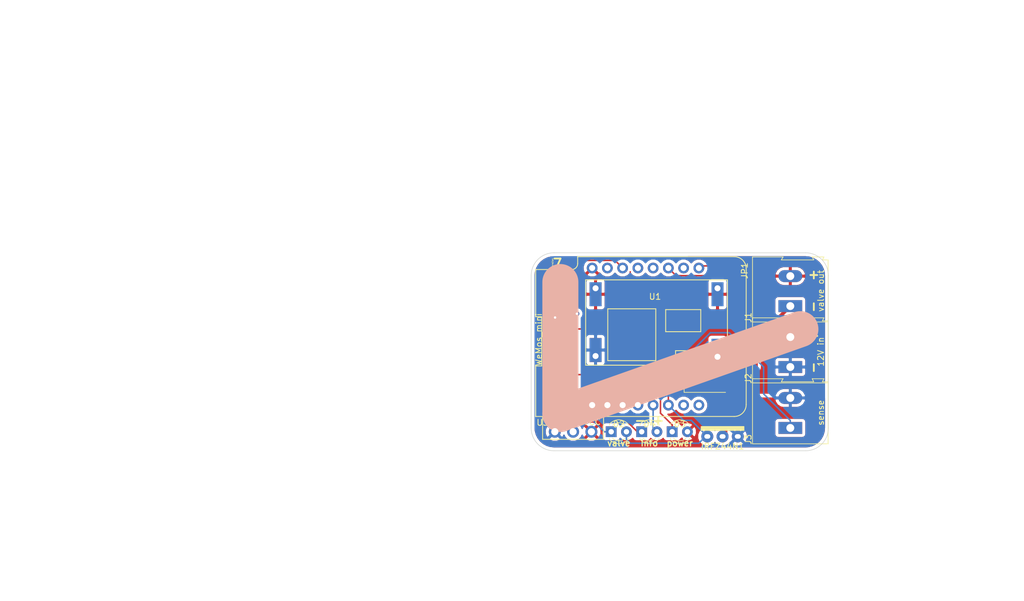
<source format=kicad_pcb>
(kicad_pcb (version 20171130) (host pcbnew 5.0.1)
  (layers (0 F.Cu signal) (31 B.Cu signal) (34 B.Paste user) (35 F.Paste user) (36 B.SilkS user) (37 F.SilkS user) (38 B.Mask user) (39 F.Mask user) (44 Edge.Cuts user))
  (net 0 "")
  (net 1 "Net-(D1-Pad2)")
  (net 2 +12V)
  (net 3 "Net-(D2-Pad2)")
  (net 4 "Net-(D2-Pad1)")
  (net 5 +3V3)
  (net 6 "Net-(D3-Pad1)")
  (net 7 "Net-(D4-Pad1)")
  (net 8 "Net-(D4-Pad2)")
  (net 9 GND)
  (net 10 "Net-(J3-Pad1)")
  (net 11 "Net-(JP1-Pad1)")
  (net 12 "Net-(JP1-Pad2)")
  (net 13 "Net-(R6-Pad2)")
  (net 14 "Net-(U2-Pad1)")
  (net 15 "Net-(U2-Pad15)")
  (net 16 "Net-(U2-Pad3)")
  (net 17 "Net-(U2-Pad13)")
  (net 18 "Net-(U2-Pad12)")
  (net 19 "Net-(U2-Pad10)")
  (net 20 "Net-(U2-Pad7)")
  (net 21 "Net-(U2-Pad8)")
  (module "" (layer F.Cu) (at 29.845 -2.54)
    (fp_text reference "" (at 170.18 99.695) (layer F.SilkS) (effects (font (size 1.27 1.27))))
    (fp_text value "" (at 170.18 99.695) (layer F.SilkS) (effects (font (size 1.27 1.27))))
    (fp_text user sense (at 136.525 68.58 90) (layer F.SilkS))
    (fp_text user "valve out" (at 136.525 48.26 90) (layer F.SilkS))
    (fp_text user "12V in" (at 136.525 58.42 90) (layer F.SilkS))
  )
  (module LEDs:LED_D3.0mm (layer F.Cu) (at 136.525 69.215)
    (fp_text reference D4 (at 1.27 -1.27) (layer F.SilkS))
    (fp_text value info)
    (fp_arc (start 1.27 0) (end -0.29 -1.235516) (angle 108.8) (layer F.SilkS) (width 0.12))
    (fp_arc (start 1.27 0) (end -0.29 1.235516) (angle -108.8) (layer F.SilkS) (width 0.12))
    (fp_arc (start 1.27 0) (end 0.229039 -1.08) (angle 87.9) (layer F.SilkS) (width 0.12))
    (fp_arc (start 1.27 0) (end 0.229039 1.08) (angle -87.9) (layer F.SilkS) (width 0.12))
    (fp_line (start -0.29 -1.236) (end -0.29 -1.08) (layer F.SilkS) (width 0.12))
    (fp_line (start -0.29 1.08) (end -0.29 1.236) (layer F.SilkS) (width 0.12))
    (pad 1 thru_hole rect (at 0 0) (size 1.8 1.8) (drill 0.9) (layers *.Cu *.Mask) (net 7 "Net-(D4-Pad1)"))
    (pad 2 thru_hole circle (at 2.54 0) (size 1.8 1.8) (drill 0.9) (layers *.Cu *.Mask) (net 8 "Net-(D4-Pad2)"))
  )
  (module custom:temperature_sensor (layer F.Cu) (at 125.095 71.755)
    (fp_text reference U3 (at -5.08 -4.064) (layer F.SilkS))
    (fp_text value DS18B20)
    (fp_text user GND (at -2.921 -4.318) (layer F.SilkS))
    (fp_text user D (at 0 -4.318) (layer F.SilkS))
    (fp_text user VCC (at 3.175 -4.191) (layer F.SilkS))
    (fp_line (start -5.08 -5.08) (end 5.08 -5.08) (layer F.SilkS) (width 0.15))
    (fp_line (start 5.08 -5.08) (end 5.08 -1.27) (layer F.SilkS) (width 0.15))
    (fp_line (start 5.08 -1.27) (end -5.08 -1.27) (layer F.SilkS) (width 0.15))
    (fp_line (start -5.08 -1.27) (end -5.08 -5.08) (layer F.SilkS) (width 0.15))
    (pad 1 thru_hole circle (at -3.048 -2.54) (size 2 2) (drill 1.2) (layers *.Cu *.Mask) (net 9 GND))
    (pad 2 thru_hole circle (at 0 -2.54) (size 2 2) (drill 1.2) (layers *.Cu *.Mask) (net 13 "Net-(R6-Pad2)"))
    (pad 3 thru_hole circle (at 3.048 -2.54) (size 2 2) (drill 1.2) (layers *.Cu *.Mask) (net 5 +3V3))
  )
  (module LEDs:LED_D3.0mm (layer F.Cu) (at 131.445 69.215)
    (fp_text reference D2 (at 1.27 -1.27) (layer F.SilkS))
    (fp_text value valve)
    (fp_line (start -0.29 1.08) (end -0.29 1.236) (layer F.SilkS) (width 0.12))
    (fp_line (start -0.29 -1.236) (end -0.29 -1.08) (layer F.SilkS) (width 0.12))
    (fp_arc (start 1.27 0) (end 0.229039 1.08) (angle -87.9) (layer F.SilkS) (width 0.12))
    (fp_arc (start 1.27 0) (end 0.229039 -1.08) (angle 87.9) (layer F.SilkS) (width 0.12))
    (fp_arc (start 1.27 0) (end -0.29 1.235516) (angle -108.8) (layer F.SilkS) (width 0.12))
    (fp_arc (start 1.27 0) (end -0.29 -1.235516) (angle 108.8) (layer F.SilkS) (width 0.12))
    (pad 2 thru_hole circle (at 2.54 0) (size 1.8 1.8) (drill 0.9) (layers *.Cu *.Mask) (net 3 "Net-(D2-Pad2)"))
    (pad 1 thru_hole rect (at 0 0) (size 1.8 1.8) (drill 0.9) (layers *.Cu *.Mask) (net 4 "Net-(D2-Pad1)"))
  )
  (module LEDs:LED_D3.0mm (layer F.Cu) (at 141.605 69.215)
    (fp_text reference D3 (at 1.27 -1.27) (layer F.SilkS))
    (fp_text value LED)
    (fp_line (start -0.29 1.08) (end -0.29 1.236) (layer F.SilkS) (width 0.12))
    (fp_line (start -0.29 -1.236) (end -0.29 -1.08) (layer F.SilkS) (width 0.12))
    (fp_arc (start 1.27 0) (end 0.229039 1.08) (angle -87.9) (layer F.SilkS) (width 0.12))
    (fp_arc (start 1.27 0) (end 0.229039 -1.08) (angle 87.9) (layer F.SilkS) (width 0.12))
    (fp_arc (start 1.27 0) (end -0.29 1.235516) (angle -108.8) (layer F.SilkS) (width 0.12))
    (fp_arc (start 1.27 0) (end -0.29 -1.235516) (angle 108.8) (layer F.SilkS) (width 0.12))
    (pad 2 thru_hole circle (at 2.54 0) (size 1.8 1.8) (drill 0.9) (layers *.Cu *.Mask) (net 5 +3V3))
    (pad 1 thru_hole rect (at 0 0) (size 1.8 1.8) (drill 0.9) (layers *.Cu *.Mask) (net 6 "Net-(D3-Pad1)"))
  )
  (module Connectors_Terminal_Blocks:TerminalBlock_Altech_AK300-2_P5.00mm (layer F.Cu) (at 161.29 48.26 90)
    (fp_text reference J1 (at -1.92 -6.99 90) (layer F.SilkS))
    (fp_text value "valve out")
    (fp_line (start 8.2 -6.3) (end -2.65 -6.3) (layer F.SilkS) (width 0.12))
    (fp_line (start 8.2 -1.2) (end 8.2 -6.3) (layer F.SilkS) (width 0.12))
    (fp_line (start 7.7 -1.5) (end 8.2 -1.2) (layer F.SilkS) (width 0.12))
    (fp_line (start 7.7 3.9) (end 7.7 -1.5) (layer F.SilkS) (width 0.12))
    (fp_line (start 8.2 3.65) (end 7.7 3.9) (layer F.SilkS) (width 0.12))
    (fp_line (start 8.2 3.7) (end 8.2 3.65) (layer F.SilkS) (width 0.12))
    (fp_line (start 8.2 5.6) (end 8.2 3.7) (layer F.SilkS) (width 0.12))
    (fp_line (start 7.7 5.35) (end 8.2 5.6) (layer F.SilkS) (width 0.12))
    (fp_line (start 7.7 6.3) (end 7.7 5.35) (layer F.SilkS) (width 0.12))
    (fp_line (start -2.65 6.3) (end 7.7 6.3) (layer F.SilkS) (width 0.12))
    (fp_line (start -2.65 -6.3) (end -2.65 6.3) (layer F.SilkS) (width 0.12))
    (pad 2 thru_hole oval (at 5 0 90) (size 1.98 3.96) (drill 1.32) (layers *.Cu *.Mask) (net 2 +12V))
    (pad 1 thru_hole rect (at 0 0 90) (size 1.98 3.96) (drill 1.32) (layers *.Cu *.Mask) (net 1 "Net-(D1-Pad2)"))
  )
  (module Connectors_Terminal_Blocks:TerminalBlock_Altech_AK300-2_P5.00mm (layer F.Cu) (at 161.29 58.42 90)
    (fp_text reference J2 (at -1.92 -6.99 90) (layer F.SilkS))
    (fp_text value "12V in")
    (fp_line (start -2.65 -6.3) (end -2.65 6.3) (layer F.SilkS) (width 0.12))
    (fp_line (start -2.65 6.3) (end 7.7 6.3) (layer F.SilkS) (width 0.12))
    (fp_line (start 7.7 6.3) (end 7.7 5.35) (layer F.SilkS) (width 0.12))
    (fp_line (start 7.7 5.35) (end 8.2 5.6) (layer F.SilkS) (width 0.12))
    (fp_line (start 8.2 5.6) (end 8.2 3.7) (layer F.SilkS) (width 0.12))
    (fp_line (start 8.2 3.7) (end 8.2 3.65) (layer F.SilkS) (width 0.12))
    (fp_line (start 8.2 3.65) (end 7.7 3.9) (layer F.SilkS) (width 0.12))
    (fp_line (start 7.7 3.9) (end 7.7 -1.5) (layer F.SilkS) (width 0.12))
    (fp_line (start 7.7 -1.5) (end 8.2 -1.2) (layer F.SilkS) (width 0.12))
    (fp_line (start 8.2 -1.2) (end 8.2 -6.3) (layer F.SilkS) (width 0.12))
    (fp_line (start 8.2 -6.3) (end -2.65 -6.3) (layer F.SilkS) (width 0.12))
    (pad 1 thru_hole rect (at 0 0 90) (size 1.98 3.96) (drill 1.32) (layers *.Cu *.Mask) (net 9 GND))
    (pad 2 thru_hole oval (at 5 0 90) (size 1.98 3.96) (drill 1.32) (layers *.Cu *.Mask) (net 2 +12V))
  )
  (module Connectors_Terminal_Blocks:TerminalBlock_Altech_AK300-2_P5.00mm (layer F.Cu) (at 161.29 68.58 90)
    (fp_text reference J3 (at -1.92 -6.99 90) (layer F.SilkS))
    (fp_text value sense)
    (fp_line (start 8.2 -6.3) (end -2.65 -6.3) (layer F.SilkS) (width 0.12))
    (fp_line (start 8.2 -1.2) (end 8.2 -6.3) (layer F.SilkS) (width 0.12))
    (fp_line (start 7.7 -1.5) (end 8.2 -1.2) (layer F.SilkS) (width 0.12))
    (fp_line (start 7.7 3.9) (end 7.7 -1.5) (layer F.SilkS) (width 0.12))
    (fp_line (start 8.2 3.65) (end 7.7 3.9) (layer F.SilkS) (width 0.12))
    (fp_line (start 8.2 3.7) (end 8.2 3.65) (layer F.SilkS) (width 0.12))
    (fp_line (start 8.2 5.6) (end 8.2 3.7) (layer F.SilkS) (width 0.12))
    (fp_line (start 7.7 5.35) (end 8.2 5.6) (layer F.SilkS) (width 0.12))
    (fp_line (start 7.7 6.3) (end 7.7 5.35) (layer F.SilkS) (width 0.12))
    (fp_line (start -2.65 6.3) (end 7.7 6.3) (layer F.SilkS) (width 0.12))
    (fp_line (start -2.65 -6.3) (end -2.65 6.3) (layer F.SilkS) (width 0.12))
    (pad 2 thru_hole oval (at 5 0 90) (size 1.98 3.96) (drill 1.32) (layers *.Cu *.Mask) (net 9 GND))
    (pad 1 thru_hole rect (at 0 0 90) (size 1.98 3.96) (drill 1.32) (layers *.Cu *.Mask) (net 10 "Net-(J3-Pad1)"))
  )
  (module custom:jumper (layer F.Cu) (at 151.13 42.3672 90)
    (fp_text reference JP1 (at 0 2.54 90) (layer F.SilkS))
    (fp_text value deepsleep)
    (pad 1 smd trapezoid (at -0.8128 0 90) (size 1.524 1.524) (rect_delta -1 0) (layers F.Cu F.Paste F.Mask) (net 11 "Net-(JP1-Pad1)"))
    (pad 2 smd trapezoid (at 0.8128 0 90) (size 1.524 1.524) (rect_delta 1 0) (layers F.Cu F.Paste F.Mask) (net 12 "Net-(JP1-Pad2)"))
  )
  (module Resistors_SMD:R_0603_HandSoldering (layer F.Cu) (at 123.19 44.45)
    (fp_text reference R1 (at 0 1.27) (layer F.SilkS))
    (fp_text value 20K)
    (fp_line (start 0.5 0.68) (end -0.5 0.68) (layer F.SilkS) (width 0.12))
    (fp_line (start -0.5 -0.68) (end 0.5 -0.68) (layer F.SilkS) (width 0.12))
    (pad 1 smd rect (at -1.1 0) (size 1.2 0.9) (layers F.Cu F.Paste F.Mask) (net 9 GND))
    (pad 2 smd rect (at 1.1 0) (size 1.2 0.9) (layers F.Cu F.Paste F.Mask) (net 3 "Net-(D2-Pad2)"))
  )
  (module Resistors_SMD:R_0603_HandSoldering (layer F.Cu) (at 123.19 48.26)
    (fp_text reference R2 (at 0 1.27) (layer F.SilkS))
    (fp_text value 1K)
    (fp_line (start -0.5 -0.68) (end 0.5 -0.68) (layer F.SilkS) (width 0.12))
    (fp_line (start 0.5 0.68) (end -0.5 0.68) (layer F.SilkS) (width 0.12))
    (pad 2 smd rect (at 1.1 0) (size 1.2 0.9) (layers F.Cu F.Paste F.Mask) (net 4 "Net-(D2-Pad1)"))
    (pad 1 smd rect (at -1.1 0) (size 1.2 0.9) (layers F.Cu F.Paste F.Mask) (net 9 GND))
  )
  (module Resistors_SMD:R_0603_HandSoldering (layer F.Cu) (at 123.19 52.07 180)
    (fp_text reference R3 (at 0 -1.27 180) (layer F.SilkS))
    (fp_text value 1K)
    (fp_line (start 0.5 0.68) (end -0.5 0.68) (layer F.SilkS) (width 0.12))
    (fp_line (start -0.5 -0.68) (end 0.5 -0.68) (layer F.SilkS) (width 0.12))
    (pad 1 smd rect (at -1.1 0 180) (size 1.2 0.9) (layers F.Cu F.Paste F.Mask) (net 6 "Net-(D3-Pad1)"))
    (pad 2 smd rect (at 1.1 0 180) (size 1.2 0.9) (layers F.Cu F.Paste F.Mask) (net 9 GND))
  )
  (module Resistors_SMD:R_0603_HandSoldering (layer F.Cu) (at 123.19 55.88)
    (fp_text reference R4 (at 0 1.27) (layer F.SilkS))
    (fp_text value 240)
    (fp_line (start -0.5 -0.68) (end 0.5 -0.68) (layer F.SilkS) (width 0.12))
    (fp_line (start 0.5 0.68) (end -0.5 0.68) (layer F.SilkS) (width 0.12))
    (pad 2 smd rect (at 1.1 0) (size 1.2 0.9) (layers F.Cu F.Paste F.Mask) (net 7 "Net-(D4-Pad1)"))
    (pad 1 smd rect (at -1.1 0) (size 1.2 0.9) (layers F.Cu F.Paste F.Mask) (net 9 GND))
  )
  (module Resistors_SMD:R_0603_HandSoldering (layer F.Cu) (at 123.19 59.69 180)
    (fp_text reference R5 (at 0 -1.45 180) (layer F.SilkS))
    (fp_text value 330)
    (fp_line (start 0.5 0.68) (end -0.5 0.68) (layer F.SilkS) (width 0.12))
    (fp_line (start -0.5 -0.68) (end 0.5 -0.68) (layer F.SilkS) (width 0.12))
    (pad 1 smd rect (at -1.1 0 180) (size 1.2 0.9) (layers F.Cu F.Paste F.Mask) (net 10 "Net-(J3-Pad1)"))
    (pad 2 smd rect (at 1.1 0 180) (size 1.2 0.9) (layers F.Cu F.Paste F.Mask) (net 5 +3V3))
  )
  (module Resistors_SMD:R_0603_HandSoldering (layer F.Cu) (at 123.19 63.5 180)
    (fp_text reference R6 (at 0 -1.27 180) (layer F.SilkS))
    (fp_text value 4K7)
    (fp_line (start -0.5 -0.68) (end 0.5 -0.68) (layer F.SilkS) (width 0.12))
    (fp_line (start 0.5 0.68) (end -0.5 0.68) (layer F.SilkS) (width 0.12))
    (pad 2 smd rect (at 1.1 0 180) (size 1.2 0.9) (layers F.Cu F.Paste F.Mask) (net 13 "Net-(R6-Pad2)"))
    (pad 1 smd rect (at -1.1 0 180) (size 1.2 0.9) (layers F.Cu F.Paste F.Mask) (net 5 +3V3))
  )
  (module custom:stepdown (layer F.Cu) (at 139 51 180)
    (fp_text reference U1 (at 0.254 4.318 180) (layer F.SilkS))
    (fp_text value stepdown)
    (fp_line (start -1.524 -1.524) (end -1.524 2.159) (layer F.SilkS) (width 0.15))
    (fp_line (start -7.366 -1.524) (end -1.524 -1.524) (layer F.SilkS) (width 0.15))
    (fp_line (start -7.366 2.159) (end -7.366 -1.524) (layer F.SilkS) (width 0.15))
    (fp_line (start -1.524 2.159) (end -7.366 2.159) (layer F.SilkS) (width 0.15))
    (fp_line (start -8.509 -4.699) (end -8.509 -6.604) (layer F.SilkS) (width 0.15))
    (fp_line (start -3.175 -4.699) (end -8.509 -4.699) (layer F.SilkS) (width 0.15))
    (fp_line (start -3.175 -6.604) (end -3.175 -4.699) (layer F.SilkS) (width 0.15))
    (fp_line (start -8.509 -6.604) (end -3.175 -6.604) (layer F.SilkS) (width 0.15))
    (fp_line (start 0.127 2.286) (end 8.128 2.286) (layer F.SilkS) (width 0.15))
    (fp_line (start 0.127 -6.35) (end 0.127 2.286) (layer F.SilkS) (width 0.15))
    (fp_line (start 8.128 -6.35) (end 0.127 -6.35) (layer F.SilkS) (width 0.15))
    (fp_line (start 8.128 2.286) (end 8.128 -6.35) (layer F.SilkS) (width 0.15))
    (fp_line (start -11.811 7.112) (end -11.811 -7.112) (layer F.SilkS) (width 0.15))
    (fp_line (start 11.811 7.112) (end -11.811 7.112) (layer F.SilkS) (width 0.15))
    (fp_line (start 11.811 -7.112) (end 11.811 7.112) (layer F.SilkS) (width 0.15))
    (fp_line (start -11.811 -7.112) (end 11.811 -7.112) (layer F.SilkS) (width 0.15))
    (pad 4 thru_hole rect (at 10.16 5.715 180) (size 2 4) (drill 1 (offset 0 -1)) (layers *.Cu *.Mask) (net 5 +3V3))
    (pad 2 thru_hole rect (at 10.16 -5.588 180) (size 2 4) (drill 1 (offset 0 1)) (layers *.Cu *.Mask) (net 9 GND))
    (pad 3 thru_hole rect (at -10.16 5.715 180) (size 2 4) (drill 1 (offset 0 -1)) (layers *.Cu *.Mask) (net 2 +12V))
    (pad 1 thru_hole rect (at -10.16 -5.715 180) (size 2 4) (drill 1 (offset 0 1)) (layers *.Cu *.Mask) (net 9 GND))
  )
  (module custom:wemos (layer F.Cu) (at 137.16 53.34)
    (fp_text reference U2 (at -16.51 0.635 90) (layer F.SilkS))
    (fp_text value WeMos_mini (at -17.78 0.508 90) (layer F.SilkS))
    (fp_line (start -18.3 13.33) (end 14.78 13.33) (layer F.SilkS) (width 0.15))
    (fp_line (start 16.78 11.33) (end 16.78 -11.33) (layer F.SilkS) (width 0.15))
    (fp_line (start 14.78 -13.33) (end -11.3 -13.33) (layer F.SilkS) (width 0.15))
    (fp_line (start -18.3 -11.18) (end -18.3 -3.32) (layer F.SilkS) (width 0.15))
    (fp_line (start -18.3 -3.32) (end -17.3 -3.32) (layer F.SilkS) (width 0.15))
    (fp_line (start -17.3 -3.32) (end -17.3 4.9) (layer F.SilkS) (width 0.15))
    (fp_line (start -17.3 4.9) (end -18.3 4.9) (layer F.SilkS) (width 0.15))
    (fp_line (start -18.3 4.9) (end -18.3 13.329999) (layer F.SilkS) (width 0.15))
    (fp_arc (start 14.78 -11.33) (end 14.78 -13.33) (angle 90) (layer F.SilkS) (width 0.15))
    (fp_arc (start 14.78 11.33) (end 16.78 11.33) (angle 90) (layer F.SilkS) (width 0.15))
    (fp_line (start -18.3 -11.18) (end -12.3 -11.18) (layer F.SilkS) (width 0.15))
    (fp_arc (start -12.3 -12.18) (end -11.3 -12.18) (angle 90) (layer F.SilkS) (width 0.15))
    (fp_line (start -11.3 -12.17) (end -11.3 -13.33) (layer F.SilkS) (width 0.15))
    (fp_line (start -11.3 -13.33) (end -11.3 -13.33) (layer F.SilkS) (width 0.15))
    (pad 16 thru_hole circle (at -8.89 -11.43) (size 1.8 1.8) (drill 1.016) (layers *.Cu *.Mask) (net 5 +3V3))
    (pad 1 thru_hole circle (at -8.89 11.43) (size 1.8 1.8) (drill 1.016) (layers *.Cu *.Mask) (net 14 "Net-(U2-Pad1)"))
    (pad 15 thru_hole circle (at -6.35 -11.43) (size 1.8 1.8) (drill 1.016) (layers *.Cu *.Mask) (net 15 "Net-(U2-Pad15)"))
    (pad 2 thru_hole circle (at -6.35 11.43) (size 1.8 1.8) (drill 1.016) (layers *.Cu *.Mask) (net 9 GND))
    (pad 14 thru_hole circle (at -3.81 -11.43) (size 1.8 1.8) (drill 1.016) (layers *.Cu *.Mask) (net 13 "Net-(R6-Pad2)"))
    (pad 3 thru_hole circle (at -3.81 11.43) (size 1.8 1.8) (drill 1.016) (layers *.Cu *.Mask) (net 16 "Net-(U2-Pad3)"))
    (pad 13 thru_hole circle (at -1.27 -11.43) (size 1.8 1.8) (drill 1.016) (layers *.Cu *.Mask) (net 17 "Net-(U2-Pad13)"))
    (pad 4 thru_hole circle (at -1.27 11.43) (size 1.8 1.8) (drill 1.016) (layers *.Cu *.Mask) (net 10 "Net-(J3-Pad1)"))
    (pad 12 thru_hole circle (at 1.27 -11.43) (size 1.8 1.8) (drill 1.016) (layers *.Cu *.Mask) (net 18 "Net-(U2-Pad12)"))
    (pad 5 thru_hole circle (at 1.27 11.43) (size 1.8 1.8) (drill 1.016) (layers *.Cu *.Mask) (net 8 "Net-(D4-Pad2)"))
    (pad 11 thru_hole circle (at 3.81 -11.43) (size 1.8 1.8) (drill 1.016) (layers *.Cu *.Mask) (net 11 "Net-(JP1-Pad1)"))
    (pad 6 thru_hole circle (at 3.81 11.43) (size 1.8 1.8) (drill 1.016) (layers *.Cu *.Mask) (net 3 "Net-(D2-Pad2)"))
    (pad 10 thru_hole circle (at 6.35 -11.43) (size 1.8 1.8) (drill 1.016) (layers *.Cu *.Mask) (net 19 "Net-(U2-Pad10)"))
    (pad 7 thru_hole circle (at 6.35 11.43) (size 1.8 1.8) (drill 1.016) (layers *.Cu *.Mask) (net 20 "Net-(U2-Pad7)"))
    (pad 9 thru_hole circle (at 8.89 -11.43) (size 1.8 1.8) (drill 1.016) (layers *.Cu *.Mask) (net 12 "Net-(JP1-Pad2)"))
    (pad 8 thru_hole circle (at 8.89 11.43) (size 1.8 1.8) (drill 1.016) (layers *.Cu *.Mask) (net 21 "Net-(U2-Pad8)"))
  )
  (module Diodes_SMD:D_SMA_Handsoldering (layer F.Cu) (at 148 61)
    (fp_text reference D1 (at 0 -2.5) (layer F.SilkS))
    (fp_text value " ")
    (fp_line (start -4.4 -1.65) (end 2.5 -1.65) (layer F.SilkS) (width 0.12))
    (fp_line (start -4.4 1.65) (end 2.5 1.65) (layer F.SilkS) (width 0.12))
    (fp_line (start -4.4 -1.65) (end -4.4 1.65) (layer F.SilkS) (width 0.12))
    (pad 2 smd rect (at 2.5 0) (size 3.5 1.8) (layers F.Cu F.Paste F.Mask) (net 1 "Net-(D1-Pad2)"))
    (pad 1 smd rect (at -2.5 0) (size 3.5 1.8) (layers F.Cu F.Paste F.Mask) (net 2 +12V))
  )
  (module custom:irlz44n_vertical (layer F.Cu) (at 150 70 270)
    (fp_text reference IRFZ44N1 (at 1.651 0 180) (layer F.SilkS))
    (fp_text value " ")
    (fp_poly (pts (xy -1.651 -3.556) (xy -1.651 3.556) (xy -1.016 3.556) (xy -1.016 -3.556)) (layer F.SilkS) (width 0.15))
    (pad 2 thru_hole circle (at 0 2.54 270) (size 2 2) (drill oval 0.762 1) (layers *.Cu *.Mask) (net 3 "Net-(D2-Pad2)"))
    (pad 3 thru_hole circle (at 0 0 270) (size 2 2) (drill oval 0.762 1) (layers *.Cu *.Mask) (net 1 "Net-(D1-Pad2)"))
    (pad 1 thru_hole circle (at 0 -2.54 270) (size 2 2) (drill oval 0.762 1) (layers *.Cu *.Mask) (net 9 GND))
  )
  (gr_text version (at 121.666 41.0845 90) (layer F.SilkS) (effects (font (size 0.3 0.3) (thickness 0.05))))
  (gr_text "- +\n" (at 137.795 67.31) (layer F.SilkS) (effects (font (size 1.5 1.5) (thickness 0.3))))
  (gr_text power (at 142.875 71.12) (layer F.SilkS) (effects (font (size 1 1) (thickness 0.2))))
  (gr_text info (at 137.795 71.12) (layer F.SilkS) (effects (font (size 1 1) (thickness 0.2))))
  (gr_text valve (at 132.715 71.12) (layer F.SilkS) (effects (font (size 1 1) (thickness 0.2))))
  (gr_text 7 (at 144.78 55.245 90) (layer B.SilkS) (effects (font (size 40 33) (thickness 6)) (justify mirror)))
  (gr_text 7 (at 122.4915 41.148) (layer F.SilkS) (effects (font (size 1.5 1.5) (thickness 0.3))))
  (gr_text "-   +" (at 165.1 45.72 90) (layer F.SilkS) (effects (font (size 1.5 1.5) (thickness 0.3))))
  (gr_text "-   +" (at 165.1 55.88 90) (layer F.SilkS) (effects (font (size 1.5 1.5) (thickness 0.3))))
  (gr_line (start 163.83 72.39) (end 121.92 72.39) (layer Edge.Cuts) (width 0.1))
  (gr_line (start 121.92 39.37) (end 163.83 39.37) (layer Edge.Cuts) (width 0.1))
  (gr_line (start 118.11 43.18) (end 118.11 68.58) (layer Edge.Cuts) (width 0.1))
  (gr_line (start 167.64 43.18) (end 167.64 68.58) (layer Edge.Cuts) (width 0.1))
  (gr_arc (start 121.92 68.58) (end 118.11 68.58) (angle -90) (layer Edge.Cuts) (width 0.1))
  (gr_arc (start 163.83 68.58) (end 163.83 72.39) (angle -90) (layer Edge.Cuts) (width 0.1))
  (gr_arc (start 163.83 43.18) (end 167.64 43.18) (angle -90) (layer Edge.Cuts) (width 0.1))
  (gr_arc (start 121.92 43.18) (end 121.92 39.37) (angle -90) (layer Edge.Cuts) (width 0.1))
  (segment (start 155.575 58.42) (end 152.995 61) (width 0.6) (layer F.Cu) (net 1))
  (segment (start 161.29 48.26) (end 155.575 53.975) (width 0.6) (layer F.Cu) (net 1))
  (segment (start 152.995 61) (end 150.5 61) (width 0.6) (layer F.Cu) (net 1))
  (segment (start 155.575 53.975) (end 155.575 58.42) (width 0.6) (layer F.Cu) (net 1))
  (segment (start 150.5 69.5) (end 150 70) (width 0.6) (layer F.Cu) (net 1))
  (segment (start 150.5 61) (end 150.5 69.5) (width 0.6) (layer F.Cu) (net 1))
  (segment (start 140.97 64.77) (end 143.51 67.31) (width 0.25) (layer B.Cu) (net 3))
  (segment (start 144.78 67.31) (end 147.32 69.85) (width 0.25) (layer B.Cu) (net 3))
  (segment (start 143.51 67.31) (end 144.78 67.31) (width 0.25) (layer B.Cu) (net 3))
  (segment (start 133.985 69.215) (end 133.985 70.485) (width 0.25) (layer B.Cu) (net 3))
  (segment (start 133.985 70.485) (end 134.62 71.12) (width 0.25) (layer B.Cu) (net 3))
  (segment (start 134.62 71.12) (end 146.05 71.12) (width 0.25) (layer B.Cu) (net 3))
  (segment (start 146.05 71.12) (end 147.32 69.85) (width 0.25) (layer B.Cu) (net 3))
  (segment (start 140.97 62.370002) (end 140.97 64.77) (width 0.25) (layer F.Cu) (net 3))
  (segment (start 124.29 44.45) (end 124.29 45.690002) (width 0.25) (layer F.Cu) (net 3))
  (segment (start 124.29 45.690002) (end 140.97 62.370002) (width 0.25) (layer F.Cu) (net 3))
  (segment (start 130.295 69.215) (end 125.73 64.65) (width 0.25) (layer B.Cu) (net 4))
  (segment (start 131.445 69.215) (end 130.295 69.215) (width 0.25) (layer B.Cu) (net 4))
  (via (at 125.73 49.53) (size 0.8) (drill 0.4) (layers F.Cu B.Cu) (net 4))
  (segment (start 125.73 64.65) (end 125.73 49.7) (width 0.25) (layer B.Cu) (net 4))
  (segment (start 125.56 49.53) (end 124.29 48.26) (width 0.25) (layer F.Cu) (net 4))
  (segment (start 125.73 49.53) (end 125.56 49.53) (width 0.25) (layer F.Cu) (net 4))
  (segment (start 124.46 63.67) (end 124.29 63.5) (width 0.25) (layer F.Cu) (net 5))
  (segment (start 134.62 42.543) (end 134.62 43.18) (width 0.25) (layer F.Cu) (net 5))
  (segment (start 128.537002 52.07) (end 125.14 52.07) (width 0.25) (layer F.Cu) (net 6))
  (segment (start 125.14 52.07) (end 124.29 52.07) (width 0.25) (layer F.Cu) (net 6))
  (segment (start 139.655001 66.115001) (end 139.655001 63.187999) (width 0.25) (layer F.Cu) (net 6))
  (segment (start 141.605 68.065) (end 139.655001 66.115001) (width 0.25) (layer F.Cu) (net 6))
  (segment (start 141.605 69.215) (end 141.605 68.065) (width 0.25) (layer F.Cu) (net 6))
  (segment (start 124.46 61.595) (end 123.19 60.325) (width 0.25) (layer F.Cu) (net 7))
  (segment (start 124.29 56.58) (end 124.29 55.88) (width 0.25) (layer F.Cu) (net 7))
  (segment (start 125.095 61.595) (end 124.46 61.595) (width 0.25) (layer F.Cu) (net 7))
  (segment (start 123.19 57.68) (end 124.29 56.58) (width 0.25) (layer F.Cu) (net 7))
  (segment (start 136.525 69.215) (end 135.798002 69.215) (width 0.25) (layer F.Cu) (net 7))
  (segment (start 126.365 65.405) (end 126.365 62.865) (width 0.25) (layer F.Cu) (net 7))
  (segment (start 135.798002 69.215) (end 133.258002 66.675) (width 0.25) (layer F.Cu) (net 7))
  (segment (start 123.19 60.325) (end 123.19 57.68) (width 0.25) (layer F.Cu) (net 7))
  (segment (start 133.258002 66.675) (end 127.635 66.675) (width 0.25) (layer F.Cu) (net 7))
  (segment (start 126.365 62.865) (end 125.095 61.595) (width 0.25) (layer F.Cu) (net 7))
  (segment (start 127.635 66.675) (end 126.365 65.405) (width 0.25) (layer F.Cu) (net 7))
  (segment (start 138.43 68.58) (end 139.065 69.215) (width 0.25) (layer B.Cu) (net 8))
  (segment (start 138.43 64.77) (end 138.43 68.58) (width 0.25) (layer B.Cu) (net 8))
  (segment (start 122.09 44.45) (end 122.09 50.165) (width 0.25) (layer F.Cu) (net 9))
  (segment (start 122.09 50.165) (end 122.09 55.88) (width 0.25) (layer F.Cu) (net 9))
  (via (at 122.09 50.165) (size 0.8) (drill 0.4) (layers F.Cu B.Cu) (net 9))
  (segment (start 130.81 59.69) (end 135.89 64.77) (width 0.25) (layer F.Cu) (net 10))
  (segment (start 124.29 59.69) (end 130.81 59.69) (width 0.25) (layer F.Cu) (net 10))
  (segment (start 161.29 67.34) (end 161.29 68.58) (width 0.25) (layer B.Cu) (net 10))
  (segment (start 156.845 58.42) (end 156.845 62.895) (width 0.25) (layer B.Cu) (net 10))
  (segment (start 156.845 62.895) (end 161.29 67.34) (width 0.25) (layer B.Cu) (net 10))
  (segment (start 151.13 52.705) (end 156.845 58.42) (width 0.25) (layer B.Cu) (net 10))
  (segment (start 135.89 64.77) (end 147.955 52.705) (width 0.25) (layer B.Cu) (net 10))
  (segment (start 147.955 52.705) (end 151.13 52.705) (width 0.25) (layer B.Cu) (net 10))
  (segment (start 142.24 43.18) (end 140.97 41.91) (width 0.25) (layer F.Cu) (net 11))
  (segment (start 151.13 43.18) (end 142.24 43.18) (width 0.25) (layer F.Cu) (net 11))
  (segment (start 146.4056 41.5544) (end 146.05 41.91) (width 0.25) (layer F.Cu) (net 12))
  (segment (start 151.13 41.5544) (end 146.4056 41.5544) (width 0.25) (layer F.Cu) (net 12))
  (segment (start 125.095 67.800787) (end 125.095 69.215) (width 0.25) (layer F.Cu) (net 13))
  (segment (start 125.095 66.355) (end 125.095 67.800787) (width 0.25) (layer F.Cu) (net 13))
  (segment (start 122.24 63.5) (end 125.095 66.355) (width 0.25) (layer F.Cu) (net 13))
  (segment (start 122.09 63.5) (end 122.24 63.5) (width 0.25) (layer F.Cu) (net 13))
  (segment (start 120.015 42.545) (end 121.92 40.64) (width 0.25) (layer F.Cu) (net 13))
  (segment (start 120.015 61.575) (end 120.015 42.545) (width 0.25) (layer F.Cu) (net 13))
  (segment (start 132.08 40.64) (end 133.35 41.91) (width 0.25) (layer F.Cu) (net 13))
  (segment (start 122.09 63.5) (end 121.94 63.5) (width 0.25) (layer F.Cu) (net 13))
  (segment (start 121.94 63.5) (end 120.015 61.575) (width 0.25) (layer F.Cu) (net 13))
  (segment (start 121.92 40.64) (end 132.08 40.64) (width 0.25) (layer F.Cu) (net 13))
  (zone (net 9) (net_name GND) (layer B.Cu) (connect_pads (clearance 0.508)) (min_thickness 0.254) (fill yes (arc_segments 16) (thermal_gap 0.508) (thermal_bridge_width 0.508) (smoothing fillet) (radius 4))
    (polygon (pts (xy 118.11 39.37) (xy 167.64 39.37) (xy 167.64 72.39) (xy 118.11 72.39)))
  )
  (zone (net 2) (net_name +12V) (layer F.Cu) (connect_pads (clearance 0.508)) (min_thickness 0.254) (fill yes (arc_segments 16) (thermal_gap 0.508) (thermal_bridge_width 0.508) (smoothing fillet) (radius 4))
    (polygon (pts (xy 167.64 62.865) (xy 167.64 39.37) (xy 142.24 39.37) (xy 142.24 62.865)))
  )
  (zone (net 5) (net_name +3V3) (layer F.Cu) (connect_pads (clearance 0.508)) (min_thickness 0.254) (fill yes (arc_segments 16) (thermal_gap 0.508) (thermal_bridge_width 0.508) (smoothing fillet) (radius 4))
    (polygon (pts (xy 141.605 39.37) (xy 141.605 63.5) (xy 167.005 63.5) (xy 167.64 63.5) (xy 167.64 72.39) (xy 118.11 72.39) (xy 118.11 39.37)))
  )
)
</source>
